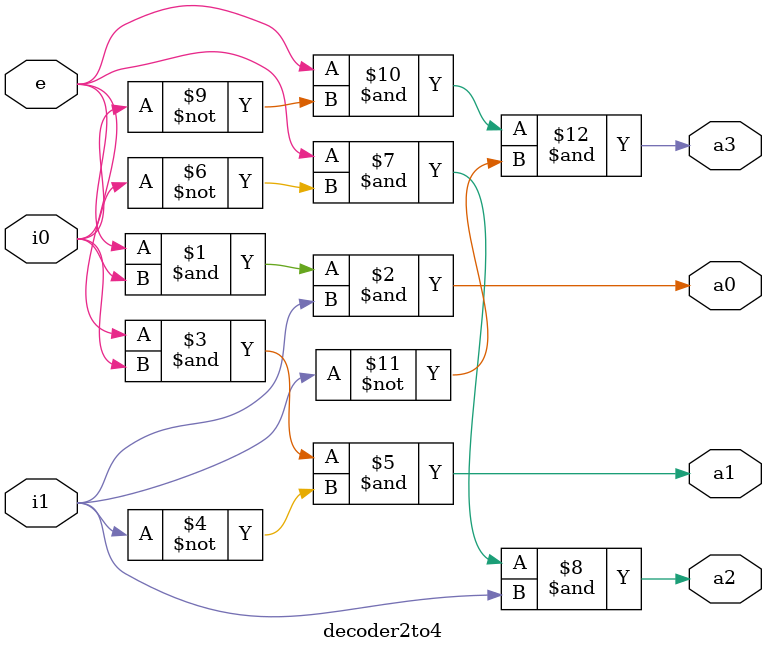
<source format=v>
`timescale 1ns / 1ps


module decoder2to4 (a0,a1,a2,a3,e,i0,i1);
output a0,a1,a2,a3;
input e,i0,i1;

assign a0 = (e & i0 & i1);
assign a1 = (e & i0 & ~i1);
assign a2 = (e & ~i0 & i1);
assign a3 = (e & ~i0 & ~i1);

endmodule

</source>
